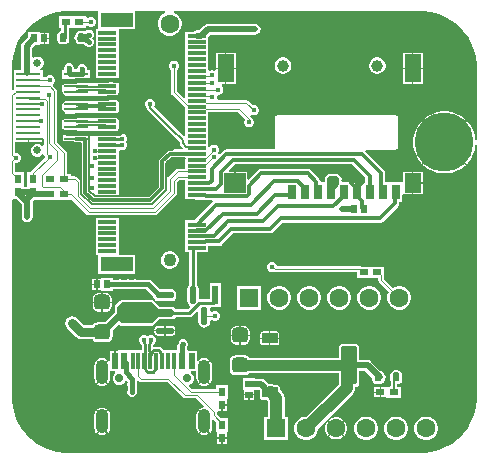
<source format=gtl>
G04*
G04 #@! TF.GenerationSoftware,Altium Limited,Altium Designer,22.7.1 (60)*
G04*
G04 Layer_Physical_Order=1*
G04 Layer_Color=255*
%FSLAX44Y44*%
%MOMM*%
G71*
G04*
G04 #@! TF.SameCoordinates,BBA0BEE0-45CE-4415-A0BC-CE460DC89FB0*
G04*
G04*
G04 #@! TF.FilePolarity,Positive*
G04*
G01*
G75*
%ADD11C,0.2540*%
%ADD15C,0.1270*%
%ADD16C,0.1524*%
%ADD20C,0.0889*%
G04:AMPARAMS|DCode=21|XSize=0.762mm|YSize=0.5588mm|CornerRadius=0.1397mm|HoleSize=0mm|Usage=FLASHONLY|Rotation=270.000|XOffset=0mm|YOffset=0mm|HoleType=Round|Shape=RoundedRectangle|*
%AMROUNDEDRECTD21*
21,1,0.7620,0.2794,0,0,270.0*
21,1,0.4826,0.5588,0,0,270.0*
1,1,0.2794,-0.1397,-0.2413*
1,1,0.2794,-0.1397,0.2413*
1,1,0.2794,0.1397,0.2413*
1,1,0.2794,0.1397,-0.2413*
%
%ADD21ROUNDEDRECTD21*%
G04:AMPARAMS|DCode=22|XSize=1.27mm|YSize=1.3716mm|CornerRadius=0.3175mm|HoleSize=0mm|Usage=FLASHONLY|Rotation=270.000|XOffset=0mm|YOffset=0mm|HoleType=Round|Shape=RoundedRectangle|*
%AMROUNDEDRECTD22*
21,1,1.2700,0.7366,0,0,270.0*
21,1,0.6350,1.3716,0,0,270.0*
1,1,0.6350,-0.3683,-0.3175*
1,1,0.6350,-0.3683,0.3175*
1,1,0.6350,0.3683,0.3175*
1,1,0.6350,0.3683,-0.3175*
%
%ADD22ROUNDEDRECTD22*%
G04:AMPARAMS|DCode=23|XSize=0.93mm|YSize=1.31mm|CornerRadius=0.0698mm|HoleSize=0mm|Usage=FLASHONLY|Rotation=270.000|XOffset=0mm|YOffset=0mm|HoleType=Round|Shape=RoundedRectangle|*
%AMROUNDEDRECTD23*
21,1,0.9300,1.1705,0,0,270.0*
21,1,0.7905,1.3100,0,0,270.0*
1,1,0.1395,-0.5853,-0.3953*
1,1,0.1395,-0.5853,0.3953*
1,1,0.1395,0.5853,0.3953*
1,1,0.1395,0.5853,-0.3953*
%
%ADD23ROUNDEDRECTD23*%
G04:AMPARAMS|DCode=24|XSize=3.24mm|YSize=1.31mm|CornerRadius=0.0983mm|HoleSize=0mm|Usage=FLASHONLY|Rotation=270.000|XOffset=0mm|YOffset=0mm|HoleType=Round|Shape=RoundedRectangle|*
%AMROUNDEDRECTD24*
21,1,3.2400,1.1135,0,0,270.0*
21,1,3.0435,1.3100,0,0,270.0*
1,1,0.1965,-0.5568,-1.5218*
1,1,0.1965,-0.5568,1.5218*
1,1,0.1965,0.5568,1.5218*
1,1,0.1965,0.5568,-1.5218*
%
%ADD24ROUNDEDRECTD24*%
%ADD25R,0.6000X1.4500*%
%ADD26R,0.3000X1.4500*%
%ADD27R,2.0000X0.2500*%
%ADD28R,1.5500X0.3000*%
G04:AMPARAMS|DCode=29|XSize=0.5588mm|YSize=1.524mm|CornerRadius=0.1397mm|HoleSize=0mm|Usage=FLASHONLY|Rotation=270.000|XOffset=0mm|YOffset=0mm|HoleType=Round|Shape=RoundedRectangle|*
%AMROUNDEDRECTD29*
21,1,0.5588,1.2446,0,0,270.0*
21,1,0.2794,1.5240,0,0,270.0*
1,1,0.2794,-0.6223,-0.1397*
1,1,0.2794,-0.6223,0.1397*
1,1,0.2794,0.6223,0.1397*
1,1,0.2794,0.6223,-0.1397*
%
%ADD29ROUNDEDRECTD29*%
G04:AMPARAMS|DCode=30|XSize=0.6096mm|YSize=1.524mm|CornerRadius=0.1524mm|HoleSize=0mm|Usage=FLASHONLY|Rotation=270.000|XOffset=0mm|YOffset=0mm|HoleType=Round|Shape=RoundedRectangle|*
%AMROUNDEDRECTD30*
21,1,0.6096,1.2192,0,0,270.0*
21,1,0.3048,1.5240,0,0,270.0*
1,1,0.3048,-0.6096,-0.1524*
1,1,0.3048,-0.6096,0.1524*
1,1,0.3048,0.6096,0.1524*
1,1,0.3048,0.6096,-0.1524*
%
%ADD30ROUNDEDRECTD30*%
%ADD31R,0.7000X1.3000*%
%ADD32R,1.4478X1.6510*%
%ADD33R,1.4478X2.4384*%
%ADD34R,1.8542X1.6510*%
%ADD35R,2.7500X1.2000*%
G04:AMPARAMS|DCode=36|XSize=1.5744mm|YSize=0.5758mm|CornerRadius=0.2879mm|HoleSize=0mm|Usage=FLASHONLY|Rotation=270.000|XOffset=0mm|YOffset=0mm|HoleType=Round|Shape=RoundedRectangle|*
%AMROUNDEDRECTD36*
21,1,1.5744,0.0000,0,0,270.0*
21,1,0.9985,0.5758,0,0,270.0*
1,1,0.5758,0.0000,-0.4993*
1,1,0.5758,0.0000,0.4993*
1,1,0.5758,0.0000,0.4993*
1,1,0.5758,0.0000,-0.4993*
%
%ADD36ROUNDEDRECTD36*%
%ADD37R,0.5758X1.5744*%
%ADD38R,0.7500X0.6000*%
%ADD39R,0.6400X0.6000*%
%ADD40R,0.6000X0.6400*%
%ADD41R,0.6000X0.7500*%
%ADD70C,0.3810*%
%ADD71C,0.8890*%
%ADD72C,0.2175*%
%ADD73C,0.3513*%
%ADD74C,0.5080*%
%ADD75C,0.7620*%
%ADD76C,1.0160*%
%ADD77C,0.1574*%
%ADD78C,1.6000*%
%ADD79R,1.6000X1.6000*%
%ADD80C,0.7000*%
%ADD81O,1.0500X2.1000*%
%ADD82C,5.0000*%
%ADD83C,1.0000*%
%ADD84C,1.1001*%
%ADD85C,1.6000*%
%ADD86C,0.4500*%
%ADD87C,0.6700*%
G36*
X357440Y375204D02*
X363513Y373577D01*
X369322Y371171D01*
X374766Y368027D01*
X379754Y364200D01*
X384200Y359754D01*
X388027Y354766D01*
X391171Y349322D01*
X393577Y343513D01*
X395204Y337440D01*
X396024Y331207D01*
Y328064D01*
Y267157D01*
X394759Y267147D01*
X394112Y271231D01*
X392834Y275164D01*
X390957Y278848D01*
X388526Y282194D01*
X387513Y283207D01*
X369387Y265080D01*
X387513Y246953D01*
X388526Y247966D01*
X390957Y251311D01*
X392834Y254996D01*
X394112Y258928D01*
X394759Y263012D01*
X396024Y263002D01*
X396025Y50064D01*
Y46920D01*
X395204Y40687D01*
X393577Y34614D01*
X391171Y28805D01*
X388027Y23361D01*
X384200Y18373D01*
X379754Y13927D01*
X374766Y10100D01*
X369322Y6956D01*
X363513Y4550D01*
X357440Y2923D01*
X351207Y2103D01*
X46920D01*
X40687Y2923D01*
X34614Y4550D01*
X28805Y6956D01*
X23361Y10100D01*
X18373Y13927D01*
X13927Y18373D01*
X10100Y23361D01*
X6956Y28805D01*
X4550Y34614D01*
X2923Y40687D01*
X2103Y46920D01*
Y50064D01*
X2103Y216044D01*
X3373Y217100D01*
X6074D01*
X10611Y212563D01*
Y202184D01*
X10963Y200413D01*
X11967Y198911D01*
X13469Y197907D01*
X15240Y197555D01*
X17011Y197907D01*
X18513Y198911D01*
X19517Y200413D01*
X19869Y202184D01*
Y214480D01*
X19869Y214480D01*
X19869Y214480D01*
Y215103D01*
X21171Y216405D01*
X21440Y216351D01*
X29140D01*
Y215980D01*
X52140D01*
Y215980D01*
X53134Y216392D01*
X65548Y203978D01*
X66356Y203437D01*
X67310Y203248D01*
X123190D01*
X124144Y203437D01*
X124952Y203978D01*
X141462Y220488D01*
X142003Y221296D01*
X142192Y222250D01*
Y231378D01*
X143752Y232938D01*
X148890D01*
Y226930D01*
Y216930D01*
X156989D01*
X157431Y216635D01*
X158897Y216343D01*
X164780D01*
X164994Y216201D01*
X166460Y215909D01*
X171968D01*
X172317Y215287D01*
X172432Y214639D01*
X156723Y198930D01*
X148890D01*
Y191930D01*
Y181930D01*
Y171930D01*
X152266D01*
Y144484D01*
X152082Y144361D01*
X151004Y142748D01*
X150625Y140844D01*
Y130859D01*
X151004Y128955D01*
X152082Y127341D01*
X152695Y126932D01*
X152819Y125668D01*
X151135Y123984D01*
X140951D01*
X140463Y124715D01*
X139297Y125493D01*
X137922Y125767D01*
X127307D01*
X122093Y130982D01*
X122093Y130982D01*
X122092Y130983D01*
X121681Y131258D01*
X121431Y131424D01*
X121431Y131424D01*
X121431Y131425D01*
X121020Y131506D01*
X120651Y131580D01*
X120651Y131580D01*
X120651Y131580D01*
X95250Y131579D01*
X94469Y131424D01*
X93808Y130982D01*
X93808Y130982D01*
X89998Y127172D01*
X89778Y126843D01*
X89556Y126510D01*
X89556Y126510D01*
X89556Y126510D01*
X89485Y126153D01*
X89401Y125730D01*
X89400Y120839D01*
X81153Y112591D01*
X75057D01*
X73038Y112190D01*
X71326Y111046D01*
X70670Y110064D01*
X63414D01*
X57529Y115949D01*
X55607Y117233D01*
X53340Y117684D01*
X51073Y117233D01*
X49151Y115949D01*
X47867Y114027D01*
X47416Y111760D01*
X47867Y109493D01*
X49151Y107571D01*
X56771Y99951D01*
X58693Y98667D01*
X60960Y98216D01*
X70670D01*
X71326Y97234D01*
X73038Y96090D01*
X75057Y95689D01*
X82423D01*
X84442Y96090D01*
X86154Y97234D01*
X87298Y98946D01*
X87699Y100965D01*
Y106045D01*
X92890Y111236D01*
X93808Y110317D01*
X93808Y110317D01*
X94221Y110042D01*
X94469Y109875D01*
X95250Y109720D01*
X120651Y109721D01*
X121431Y109876D01*
X122092Y110318D01*
X122092Y110319D01*
X127307Y115533D01*
X137922D01*
X139297Y115807D01*
X140463Y116585D01*
X140951Y117316D01*
X152516D01*
X153792Y117570D01*
X154874Y118293D01*
X158855Y122274D01*
X160125Y121748D01*
Y113156D01*
X160504Y111252D01*
X161582Y109639D01*
X163196Y108560D01*
X165100Y108181D01*
X167004Y108560D01*
X168618Y109639D01*
X169696Y111252D01*
X170075Y113156D01*
Y114219D01*
X171345Y114745D01*
X171583Y114507D01*
X173145Y113860D01*
X174835D01*
X176397Y114507D01*
X177593Y115703D01*
X178240Y117265D01*
Y118955D01*
X177593Y120517D01*
X176397Y121713D01*
X174835Y122360D01*
X173145D01*
X171583Y121713D01*
X171345Y121475D01*
X170075Y122001D01*
Y123141D01*
X169776Y124646D01*
X170526Y125915D01*
X172991D01*
X173313Y125980D01*
X179479D01*
Y145723D01*
X169721D01*
Y132584D01*
X161116D01*
X160575Y133028D01*
Y140844D01*
X160196Y142748D01*
X159118Y144361D01*
X158934Y144484D01*
Y171930D01*
X168390D01*
Y177454D01*
X177474D01*
X178940Y177745D01*
X180183Y178576D01*
X189547Y187940D01*
X220980D01*
X222446Y188231D01*
X223688Y189062D01*
X231457Y196830D01*
X313690D01*
X315156Y197121D01*
X316398Y197952D01*
X329122Y210676D01*
X329953Y211918D01*
X330244Y213384D01*
Y214402D01*
X332822D01*
Y219918D01*
X332997Y221115D01*
X334092Y221115D01*
X340871D01*
Y230640D01*
Y240165D01*
X332997D01*
Y232600D01*
X332822Y231402D01*
X331727Y231402D01*
X323092D01*
X321822Y231402D01*
Y231402D01*
X321822D01*
Y231402D01*
X318409D01*
Y239141D01*
X318117Y240607D01*
X317287Y241850D01*
X301473Y257663D01*
X301731Y258616D01*
X301955Y258933D01*
X326898D01*
X327926Y259138D01*
X328798Y259720D01*
X329380Y260592D01*
X329585Y261620D01*
Y285242D01*
X329380Y286270D01*
X328798Y287142D01*
X327926Y287724D01*
X326898Y287929D01*
X227330D01*
X226302Y287724D01*
X225430Y287142D01*
X224848Y286270D01*
X224643Y285242D01*
Y261620D01*
X224848Y260592D01*
X225044Y260298D01*
X224365Y259028D01*
X183824D01*
X182358Y258737D01*
X181116Y257906D01*
X178232Y255023D01*
X176862Y255246D01*
X176799Y255364D01*
X176747Y256335D01*
X176831Y256419D01*
X177478Y257981D01*
Y259671D01*
X176831Y261233D01*
X175635Y262429D01*
X174073Y263076D01*
X172383D01*
X170821Y262429D01*
X169660Y261268D01*
X169470Y261276D01*
X168390Y261571D01*
Y271930D01*
Y281930D01*
Y291132D01*
X193278D01*
X199829Y284580D01*
X199597Y284347D01*
X198950Y282785D01*
Y281095D01*
X199597Y279533D01*
X200793Y278337D01*
X202355Y277690D01*
X204045D01*
X205607Y278337D01*
X206803Y279533D01*
X207450Y281095D01*
Y282785D01*
X206803Y284347D01*
X205607Y285543D01*
X205308Y285667D01*
X205255Y285936D01*
X204715Y286744D01*
X204148Y287311D01*
X204868Y288387D01*
X206165Y287850D01*
X207855D01*
X209417Y288497D01*
X210613Y289693D01*
X211260Y291255D01*
Y292945D01*
X210613Y294507D01*
X209417Y295703D01*
X207855Y296350D01*
X206285D01*
X202422Y300212D01*
X201614Y300753D01*
X200660Y300942D01*
X176756D01*
X175907Y302212D01*
X176208Y302939D01*
Y304629D01*
X177273Y305376D01*
X177883D01*
X179445Y306023D01*
X180641Y307219D01*
X181288Y308781D01*
Y310471D01*
X180641Y312033D01*
X179766Y312908D01*
X180220Y314178D01*
X182623D01*
Y327005D01*
X174749D01*
Y326443D01*
X173479Y325683D01*
X172549Y326068D01*
X170859D01*
X169660Y325572D01*
X168390Y326174D01*
Y331930D01*
Y341930D01*
Y354464D01*
X169977Y356051D01*
X208280D01*
X210051Y356403D01*
X211553Y357407D01*
X212557Y358909D01*
X212909Y360680D01*
X212557Y362451D01*
X211553Y363953D01*
X210051Y364957D01*
X208280Y365309D01*
X168060D01*
X168060Y365309D01*
X166289Y364957D01*
X164787Y363953D01*
X164787Y363953D01*
X160893Y360059D01*
X158640D01*
X156869Y359707D01*
X155706Y358930D01*
X148890D01*
Y351930D01*
Y341930D01*
Y331930D01*
Y321930D01*
Y311930D01*
Y303471D01*
X147620Y302945D01*
X142192Y308372D01*
Y326475D01*
X143303Y327586D01*
X143950Y329148D01*
Y330839D01*
X143303Y332401D01*
X142107Y333596D01*
X140545Y334243D01*
X138855D01*
X137293Y333596D01*
X136097Y332401D01*
X135450Y330839D01*
Y329148D01*
X136097Y327586D01*
X137208Y326475D01*
Y307340D01*
X137397Y306386D01*
X137938Y305578D01*
X148792Y294723D01*
X148890Y294658D01*
Y281930D01*
Y270706D01*
X147620Y270180D01*
X140170Y277629D01*
X140057Y277705D01*
X122731Y295031D01*
X123376Y296589D01*
Y298279D01*
X122729Y299841D01*
X121533Y301037D01*
X119971Y301684D01*
X118281D01*
X116719Y301037D01*
X115523Y299841D01*
X114876Y298279D01*
Y296589D01*
X115523Y295027D01*
X116719Y293831D01*
X116724Y293829D01*
X116836Y293264D01*
X117447Y292350D01*
X136151Y273647D01*
X136264Y273571D01*
X143960Y265875D01*
Y264450D01*
X144174Y263372D01*
X144785Y262459D01*
X146810Y260434D01*
X146324Y259260D01*
X136050D01*
X134584Y258969D01*
X133342Y258138D01*
X126832Y251628D01*
X126001Y250386D01*
X125710Y248920D01*
Y227647D01*
X117794Y219730D01*
X92890D01*
Y229430D01*
Y239430D01*
Y249430D01*
Y257653D01*
X94160Y258501D01*
X94659Y258295D01*
X96349D01*
X97911Y258942D01*
X99107Y260138D01*
X99754Y261700D01*
Y263390D01*
X99107Y264952D01*
X98629Y265430D01*
X99107Y265908D01*
X99754Y267470D01*
Y269160D01*
X99107Y270722D01*
X97911Y271918D01*
X96349Y272565D01*
X94659D01*
X93430Y272056D01*
X92459Y272503D01*
X92160Y272778D01*
Y274430D01*
X92890D01*
Y286430D01*
X92160D01*
Y287295D01*
X83140D01*
Y288565D01*
X92160D01*
Y289430D01*
X92890D01*
Y301430D01*
X92160D01*
Y302295D01*
X83140D01*
Y303565D01*
X92160D01*
Y304430D01*
X92890D01*
Y316430D01*
X92160D01*
Y317295D01*
X74120D01*
Y316430D01*
X73390D01*
Y314919D01*
X68322D01*
Y316152D01*
X67592D01*
Y317267D01*
X45052D01*
Y316152D01*
X44322D01*
Y304652D01*
X45052D01*
Y303537D01*
X56322D01*
Y302267D01*
X45052D01*
Y301152D01*
X44322D01*
Y289652D01*
X45052D01*
Y288537D01*
X56322D01*
Y287267D01*
X45052D01*
Y286152D01*
X44322D01*
Y274652D01*
X45052D01*
Y273537D01*
X56322D01*
Y272267D01*
X45052D01*
Y271152D01*
X44322D01*
Y264652D01*
X54424D01*
X54856Y264363D01*
X56322Y264072D01*
X60735D01*
Y261259D01*
X60735Y261256D01*
Y254886D01*
X60735Y254883D01*
Y234146D01*
X59465Y233620D01*
X57642Y235442D01*
X56834Y235983D01*
X55880Y236172D01*
X52140D01*
Y238680D01*
X48882D01*
Y255870D01*
X48693Y256824D01*
X48152Y257632D01*
X40592Y265192D01*
Y308610D01*
X40403Y309564D01*
X39862Y310372D01*
X37341Y312894D01*
X37416Y314615D01*
X37893Y315093D01*
X38540Y316655D01*
Y318345D01*
X37893Y319907D01*
X36697Y321103D01*
X35135Y321750D01*
X33445D01*
X31883Y321103D01*
X30772Y319992D01*
X28322D01*
Y326152D01*
X26032D01*
X25780Y327422D01*
X26853Y327867D01*
X28358Y329371D01*
X29172Y331338D01*
Y333466D01*
X28358Y335433D01*
X26853Y336937D01*
X24886Y337752D01*
X22758D01*
X20791Y336937D01*
X20712Y336857D01*
X19490Y337432D01*
Y338665D01*
X19291Y339146D01*
Y342844D01*
X19490Y343325D01*
Y345004D01*
X22346Y347860D01*
X26000D01*
Y348590D01*
X29165D01*
Y353060D01*
Y357530D01*
X26000D01*
Y358260D01*
X16000D01*
Y354606D01*
X11389Y349995D01*
X10385Y348493D01*
X10033Y346722D01*
X10033Y346722D01*
Y326152D01*
X4322D01*
Y319652D01*
Y309916D01*
X3747Y309532D01*
X3276Y309061D01*
X2103Y309547D01*
Y328064D01*
Y331207D01*
X2923Y337440D01*
X4550Y343513D01*
X6956Y349322D01*
X10100Y354766D01*
X13927Y359754D01*
X18373Y364200D01*
X23361Y368027D01*
X28805Y371171D01*
X34614Y373577D01*
X40687Y375204D01*
X46920Y376024D01*
X75140D01*
Y361430D01*
X73390D01*
Y349430D01*
Y339430D01*
Y329430D01*
Y319430D01*
X74120D01*
Y318565D01*
X92160D01*
Y319430D01*
X92890D01*
Y329430D01*
Y339430D01*
Y349430D01*
Y360930D01*
X106640D01*
Y376024D01*
X131885D01*
X132052Y374754D01*
X132030Y374749D01*
X129750Y373432D01*
X127888Y371570D01*
X126572Y369290D01*
X125890Y366747D01*
Y364114D01*
X126572Y361570D01*
X127888Y359290D01*
X129750Y357428D01*
X132030Y356112D01*
X134573Y355430D01*
X137206D01*
X139750Y356112D01*
X142030Y357428D01*
X143892Y359290D01*
X145209Y361570D01*
X145890Y364114D01*
Y366747D01*
X145209Y369290D01*
X143892Y371570D01*
X142030Y373432D01*
X139750Y374749D01*
X139728Y374754D01*
X139895Y376024D01*
X351207D01*
X357440Y375204D01*
D02*
G37*
G36*
X29146Y267793D02*
Y262440D01*
X27876Y261914D01*
X26853Y262938D01*
X24886Y263752D01*
X22758D01*
X20791Y262938D01*
X19287Y261432D01*
X18472Y259466D01*
Y257338D01*
X19287Y255371D01*
X20791Y253867D01*
X22758Y253052D01*
X24886D01*
X26853Y253867D01*
X27937Y254951D01*
X29304Y254590D01*
X29336Y254428D01*
X29876Y253619D01*
X30040Y253455D01*
Y252005D01*
X18710Y240675D01*
X18326Y240100D01*
X15320D01*
Y227479D01*
X12620D01*
Y240100D01*
X5395D01*
X5000Y240494D01*
Y247464D01*
X6687D01*
X8249Y248111D01*
X9445Y249307D01*
X10092Y250869D01*
Y252559D01*
X9445Y254121D01*
X8249Y255317D01*
X6687Y255964D01*
X5000D01*
Y264133D01*
X5052Y265382D01*
X15687D01*
Y267902D01*
X16322D01*
Y268537D01*
X27592D01*
Y268561D01*
X27876Y268669D01*
X29146Y267793D01*
D02*
G37*
G36*
X148890Y242922D02*
X142640D01*
X141686Y242733D01*
X140878Y242192D01*
X134640Y235955D01*
X133370Y236481D01*
Y247334D01*
X137637Y251600D01*
X148890D01*
Y242922D01*
D02*
G37*
G36*
X301492Y235382D02*
Y232300D01*
X300594Y231402D01*
X299822Y231402D01*
X298854Y230672D01*
X298552Y230672D01*
X294957D01*
Y222902D01*
X293687D01*
Y230672D01*
X289790Y230672D01*
X288822Y231402D01*
X288584Y231402D01*
X282232D01*
X282198Y231418D01*
X281289Y232672D01*
X281489Y233680D01*
X281137Y235451D01*
X280133Y236953D01*
X278631Y237957D01*
X276860Y238309D01*
X276860Y238309D01*
X271780D01*
X270009Y237957D01*
X268507Y236953D01*
X267503Y235451D01*
X267151Y233680D01*
Y232536D01*
X266822Y231402D01*
X263572D01*
Y231748D01*
X263281Y233214D01*
X262450Y234457D01*
X255438Y241468D01*
X254196Y242299D01*
X252730Y242590D01*
X213360D01*
X211894Y242299D01*
X210652Y241468D01*
X202722Y233539D01*
X201549Y234025D01*
Y240165D01*
X191643D01*
Y230640D01*
X190373D01*
Y240165D01*
X186281D01*
X185795Y241338D01*
X191096Y246639D01*
X290235D01*
X301492Y235382D01*
D02*
G37*
G36*
X127000Y123189D02*
X126999Y118109D01*
X120650Y111760D01*
X95250Y111759D01*
X91439Y115570D01*
X91440Y125730D01*
X95250Y129540D01*
X120651Y129541D01*
X127000Y123189D01*
D02*
G37*
%LPC*%
G36*
X65094Y372284D02*
X42094D01*
Y362284D01*
X44256D01*
Y359685D01*
X42998Y359435D01*
X41874Y358684D01*
X41123Y357560D01*
X40859Y356235D01*
Y351409D01*
X41123Y350084D01*
X41874Y348960D01*
X42998Y348209D01*
X44323Y347946D01*
X47117D01*
X48442Y348209D01*
X49566Y348960D01*
X50317Y350084D01*
X50581Y351409D01*
Y351650D01*
X50670Y351784D01*
X50924Y353060D01*
Y362284D01*
X65094D01*
Y363218D01*
X66364Y363744D01*
X66681Y363427D01*
X68243Y362780D01*
X69933D01*
X71495Y363427D01*
X72691Y364623D01*
X73338Y366185D01*
Y367875D01*
X72691Y369437D01*
X71495Y370633D01*
X69933Y371280D01*
X68243D01*
X66681Y370633D01*
X66364Y370316D01*
X65094Y370842D01*
Y372284D01*
D02*
G37*
G36*
X68155Y360612D02*
X66465D01*
X64903Y359965D01*
X64096Y359159D01*
X63682Y359435D01*
X62357Y359698D01*
X59563D01*
X58238Y359435D01*
X57114Y358684D01*
X56363Y357560D01*
X56139Y356435D01*
X55412Y355346D01*
X55108Y353822D01*
X55412Y352298D01*
X56139Y351209D01*
X56363Y350084D01*
X57114Y348960D01*
X58238Y348209D01*
X59563Y347946D01*
X62357D01*
X63474Y348168D01*
X63707Y347605D01*
X64903Y346409D01*
X66465Y345762D01*
X68155D01*
X69717Y346409D01*
X70913Y347605D01*
X71560Y349167D01*
Y350857D01*
X70913Y352419D01*
X70145Y353187D01*
X70913Y353955D01*
X71560Y355517D01*
Y357207D01*
X70913Y358769D01*
X69717Y359965D01*
X68155Y360612D01*
D02*
G37*
G36*
X34070Y357530D02*
X30435D01*
Y353695D01*
X34070D01*
Y357530D01*
D02*
G37*
G36*
Y352425D02*
X30435D01*
Y348590D01*
X34070D01*
Y352425D01*
D02*
G37*
G36*
X350015Y341102D02*
X342141D01*
Y328275D01*
X350015D01*
Y341102D01*
D02*
G37*
G36*
X191767D02*
X183893D01*
Y328275D01*
X191767D01*
Y341102D01*
D02*
G37*
G36*
X340871D02*
X332997D01*
Y328275D01*
X340871D01*
Y341102D01*
D02*
G37*
G36*
X182623D02*
X174749D01*
Y328275D01*
X182623D01*
Y341102D01*
D02*
G37*
G36*
X312580Y336946D02*
X310736D01*
X308956Y336469D01*
X307360Y335547D01*
X306057Y334244D01*
X305135Y332648D01*
X304658Y330868D01*
Y329024D01*
X305135Y327244D01*
X306057Y325648D01*
X307360Y324345D01*
X308956Y323423D01*
X310736Y322946D01*
X312580D01*
X314360Y323423D01*
X315956Y324345D01*
X317259Y325648D01*
X318181Y327244D01*
X318658Y329024D01*
Y330868D01*
X318181Y332648D01*
X317259Y334244D01*
X315956Y335547D01*
X314360Y336469D01*
X312580Y336946D01*
D02*
G37*
G36*
X232824D02*
X230980D01*
X229200Y336469D01*
X227604Y335547D01*
X226301Y334244D01*
X225379Y332648D01*
X224902Y330868D01*
Y329024D01*
X225379Y327244D01*
X226301Y325648D01*
X227604Y324345D01*
X229200Y323423D01*
X230980Y322946D01*
X232824D01*
X234604Y323423D01*
X236200Y324345D01*
X237503Y325648D01*
X238425Y327244D01*
X238902Y329024D01*
Y330868D01*
X238425Y332648D01*
X237503Y334244D01*
X236200Y335547D01*
X234604Y336469D01*
X232824Y336946D01*
D02*
G37*
G36*
X51645Y331910D02*
X49955D01*
X48393Y331263D01*
X47197Y330067D01*
X46550Y328505D01*
Y326815D01*
X45450Y326152D01*
X44322D01*
Y319652D01*
X45052D01*
Y318537D01*
X67592D01*
Y319652D01*
X68322D01*
Y326152D01*
X66119D01*
Y327730D01*
X65472Y329292D01*
X64276Y330488D01*
X62714Y331135D01*
X61024D01*
X59462Y330488D01*
X58266Y329292D01*
X57619Y327730D01*
Y326883D01*
X55050D01*
Y328505D01*
X54403Y330067D01*
X53207Y331263D01*
X51645Y331910D01*
D02*
G37*
G36*
X350015Y327005D02*
X342141D01*
Y314178D01*
X350015D01*
Y327005D01*
D02*
G37*
G36*
X340871D02*
X332997D01*
Y314178D01*
X340871D01*
Y327005D01*
D02*
G37*
G36*
X191767D02*
X183893D01*
Y314178D01*
X191767D01*
Y327005D01*
D02*
G37*
G36*
X370556Y291350D02*
X366421D01*
X362337Y290703D01*
X358404Y289425D01*
X354720Y287548D01*
X351375Y285117D01*
X350362Y284105D01*
X368489Y265978D01*
X386615Y284105D01*
X385602Y285117D01*
X382257Y287548D01*
X378573Y289425D01*
X374640Y290703D01*
X370556Y291350D01*
D02*
G37*
G36*
X349464Y283207D02*
X348451Y282194D01*
X346021Y278848D01*
X344143Y275164D01*
X342865Y271231D01*
X342219Y267147D01*
Y263012D01*
X342865Y258928D01*
X344143Y254996D01*
X346021Y251311D01*
X348451Y247966D01*
X349464Y246953D01*
X367591Y265080D01*
X349464Y283207D01*
D02*
G37*
G36*
X368489Y264182D02*
X350362Y246055D01*
X351375Y245042D01*
X354720Y242612D01*
X358404Y240735D01*
X362337Y239457D01*
X366421Y238810D01*
X370556D01*
X374640Y239457D01*
X378573Y240735D01*
X382257Y242612D01*
X385602Y245042D01*
X386615Y246055D01*
X368489Y264182D01*
D02*
G37*
G36*
X350015Y240165D02*
X342141D01*
Y231275D01*
X350015D01*
Y240165D01*
D02*
G37*
G36*
Y230005D02*
X342141D01*
Y221115D01*
X350015D01*
Y230005D01*
D02*
G37*
G36*
X136877Y172930D02*
X134902D01*
X132995Y172419D01*
X131285Y171432D01*
X129888Y170035D01*
X128901Y168325D01*
X128390Y166417D01*
Y164443D01*
X128901Y162535D01*
X129888Y160825D01*
X131285Y159428D01*
X132995Y158441D01*
X134902Y157929D01*
X136877D01*
X138785Y158441D01*
X140495Y159428D01*
X141892Y160825D01*
X142879Y162535D01*
X143391Y164443D01*
Y166417D01*
X142879Y168325D01*
X141892Y170035D01*
X140495Y171432D01*
X138785Y172419D01*
X136877Y172930D01*
D02*
G37*
G36*
X92890Y201430D02*
X73390D01*
Y189430D01*
Y179430D01*
Y169430D01*
X75140D01*
Y153930D01*
X106640D01*
Y169930D01*
X92890D01*
Y174430D01*
Y184430D01*
Y194430D01*
Y201430D01*
D02*
G37*
G36*
X73705Y149250D02*
X70070D01*
Y145415D01*
X73705D01*
Y149250D01*
D02*
G37*
G36*
Y144145D02*
X70070D01*
Y140310D01*
X73705D01*
Y144145D01*
D02*
G37*
G36*
X88140Y149980D02*
X78140D01*
Y149250D01*
X74975D01*
Y144780D01*
Y140310D01*
X78140D01*
Y139580D01*
X88140D01*
Y140799D01*
X92486D01*
X93135Y140530D01*
X94825D01*
X95473Y140799D01*
X99011D01*
X99660Y140530D01*
X101350D01*
X101999Y140799D01*
X105187D01*
X105835Y140530D01*
X107525D01*
X108174Y140799D01*
X116221D01*
X122140Y134880D01*
Y134253D01*
X122403Y132928D01*
X123154Y131804D01*
X124278Y131053D01*
X125603Y130789D01*
X138049D01*
X139374Y131053D01*
X140498Y131804D01*
X141249Y132928D01*
X141512Y134253D01*
Y137047D01*
X141249Y138372D01*
X140498Y139496D01*
X139374Y140247D01*
X138049Y140511D01*
X127770D01*
X120685Y147595D01*
X119394Y148458D01*
X117870Y148762D01*
X108174D01*
X107525Y149030D01*
X105835D01*
X105187Y148762D01*
X101999D01*
X101350Y149030D01*
X99660D01*
X99011Y148762D01*
X95473D01*
X94825Y149030D01*
X93135D01*
X92486Y148762D01*
X88140D01*
Y149980D01*
D02*
G37*
G36*
X82423Y137247D02*
X79375D01*
Y130175D01*
X86955D01*
Y132715D01*
X86610Y134449D01*
X85628Y135920D01*
X84157Y136902D01*
X82423Y137247D01*
D02*
G37*
G36*
X78105D02*
X75057D01*
X73323Y136902D01*
X71852Y135920D01*
X70870Y134449D01*
X70525Y132715D01*
Y130175D01*
X78105D01*
Y137247D01*
D02*
G37*
G36*
X223349Y163508D02*
X221659D01*
X220097Y162861D01*
X218901Y161665D01*
X218254Y160103D01*
Y158413D01*
X218901Y156851D01*
X220097Y155655D01*
X221659Y155008D01*
X223349D01*
X224101Y155319D01*
X224290Y155193D01*
X225244Y155003D01*
X294570D01*
Y149940D01*
X312633D01*
Y148425D01*
X312823Y147471D01*
X313363Y146662D01*
X321589Y138436D01*
X320882Y137210D01*
X320200Y134667D01*
Y132034D01*
X320882Y129490D01*
X322198Y127210D01*
X324060Y125348D01*
X326340Y124031D01*
X328884Y123350D01*
X331516D01*
X334060Y124031D01*
X336340Y125348D01*
X338202Y127210D01*
X339519Y129490D01*
X340200Y132034D01*
Y134667D01*
X339519Y137210D01*
X338202Y139490D01*
X336340Y141352D01*
X334060Y142669D01*
X331516Y143350D01*
X328884D01*
X326340Y142669D01*
X325114Y141961D01*
X317618Y149457D01*
Y152385D01*
X317570Y152625D01*
Y159940D01*
X298005D01*
X297764Y159988D01*
X226754D01*
Y160103D01*
X226107Y161665D01*
X224911Y162861D01*
X223349Y163508D01*
D02*
G37*
G36*
X306117Y143350D02*
X303484D01*
X300940Y142669D01*
X298660Y141352D01*
X296798Y139490D01*
X295481Y137210D01*
X294800Y134667D01*
Y132034D01*
X295481Y129490D01*
X296798Y127210D01*
X298660Y125348D01*
X300940Y124031D01*
X303484Y123350D01*
X306117D01*
X308660Y124031D01*
X310940Y125348D01*
X312802Y127210D01*
X314118Y129490D01*
X314800Y132034D01*
Y134667D01*
X314118Y137210D01*
X312802Y139490D01*
X310940Y141352D01*
X308660Y142669D01*
X306117Y143350D01*
D02*
G37*
G36*
X280716D02*
X278083D01*
X275540Y142669D01*
X273260Y141352D01*
X271398Y139490D01*
X270082Y137210D01*
X269400Y134667D01*
Y132034D01*
X270082Y129490D01*
X271398Y127210D01*
X273260Y125348D01*
X275540Y124031D01*
X278083Y123350D01*
X280716D01*
X283260Y124031D01*
X285540Y125348D01*
X287402Y127210D01*
X288718Y129490D01*
X289400Y132034D01*
Y134667D01*
X288718Y137210D01*
X287402Y139490D01*
X285540Y141352D01*
X283260Y142669D01*
X280716Y143350D01*
D02*
G37*
G36*
X255317D02*
X252684D01*
X250140Y142669D01*
X247860Y141352D01*
X245998Y139490D01*
X244681Y137210D01*
X244000Y134667D01*
Y132034D01*
X244681Y129490D01*
X245998Y127210D01*
X247860Y125348D01*
X250140Y124031D01*
X252684Y123350D01*
X255317D01*
X257860Y124031D01*
X260140Y125348D01*
X262002Y127210D01*
X263319Y129490D01*
X264000Y132034D01*
Y134667D01*
X263319Y137210D01*
X262002Y139490D01*
X260140Y141352D01*
X257860Y142669D01*
X255317Y143350D01*
D02*
G37*
G36*
X229916D02*
X227283D01*
X224740Y142669D01*
X222460Y141352D01*
X220598Y139490D01*
X219282Y137210D01*
X218600Y134667D01*
Y132034D01*
X219282Y129490D01*
X220598Y127210D01*
X222460Y125348D01*
X224740Y124031D01*
X227283Y123350D01*
X229916D01*
X232460Y124031D01*
X234740Y125348D01*
X236602Y127210D01*
X237918Y129490D01*
X238600Y132034D01*
Y134667D01*
X237918Y137210D01*
X236602Y139490D01*
X234740Y141352D01*
X232460Y142669D01*
X229916Y143350D01*
D02*
G37*
G36*
X213200D02*
X193200D01*
Y123350D01*
X213200D01*
Y143350D01*
D02*
G37*
G36*
X86955Y128905D02*
X79375D01*
Y121833D01*
X82423D01*
X84157Y122178D01*
X85628Y123160D01*
X86610Y124631D01*
X86955Y126365D01*
Y128905D01*
D02*
G37*
G36*
X78105D02*
X70525D01*
Y126365D01*
X70870Y124631D01*
X71852Y123160D01*
X73323Y122178D01*
X75057Y121833D01*
X78105D01*
Y128905D01*
D02*
G37*
G36*
X138049Y109766D02*
X132461D01*
Y106285D01*
X140768D01*
Y107047D01*
X140561Y108088D01*
X139972Y108970D01*
X139090Y109559D01*
X138049Y109766D01*
D02*
G37*
G36*
X131191D02*
X125603D01*
X124562Y109559D01*
X123680Y108970D01*
X123091Y108088D01*
X122884Y107047D01*
Y106285D01*
X131191D01*
Y109766D01*
D02*
G37*
G36*
X199263Y109307D02*
X196215D01*
Y102235D01*
X203795D01*
Y104775D01*
X203450Y106509D01*
X202468Y107980D01*
X200997Y108962D01*
X199263Y109307D01*
D02*
G37*
G36*
X194945D02*
X191897D01*
X190163Y108962D01*
X188692Y107980D01*
X187710Y106509D01*
X187365Y104775D01*
Y102235D01*
X194945D01*
Y109307D01*
D02*
G37*
G36*
X140768Y105015D02*
X132461D01*
Y101534D01*
X138049D01*
X139090Y101741D01*
X139972Y102330D01*
X140561Y103212D01*
X140768Y104253D01*
Y105015D01*
D02*
G37*
G36*
X131191D02*
X122884D01*
Y104253D01*
X123091Y103212D01*
X123680Y102330D01*
X124562Y101741D01*
X125603Y101534D01*
X131191D01*
Y105015D01*
D02*
G37*
G36*
X120661Y101786D02*
X118971D01*
X117409Y101139D01*
X116931Y100661D01*
X116453Y101139D01*
X114891Y101786D01*
X113201D01*
X111639Y101139D01*
X110443Y99943D01*
X109796Y98381D01*
Y96691D01*
X110443Y95129D01*
X111550Y94022D01*
X111582Y93860D01*
X112060Y93145D01*
Y92127D01*
X112049Y92071D01*
Y89869D01*
X111924Y89682D01*
X111778Y88950D01*
X92420D01*
Y88220D01*
X90055D01*
Y79700D01*
X88785D01*
Y88220D01*
X85150D01*
Y80217D01*
X83880Y79786D01*
X83760Y79942D01*
X79169Y75351D01*
X78720Y75800D01*
X78271Y75351D01*
X73680Y79942D01*
X73025Y79088D01*
X72368Y77502D01*
X72144Y75800D01*
Y65300D01*
X72368Y63598D01*
X73025Y62012D01*
X73680Y61158D01*
X78271Y65749D01*
X78720Y65300D01*
X79169Y65749D01*
X83760Y61158D01*
X84415Y62012D01*
X85072Y63598D01*
X85296Y65300D01*
Y71180D01*
X89646D01*
X89902Y69926D01*
X89902Y69910D01*
X88357Y68366D01*
X87520Y66344D01*
Y64156D01*
X88357Y62134D01*
X89904Y60587D01*
X91926Y59750D01*
X94114D01*
X96136Y60587D01*
X97683Y62134D01*
X97998Y62895D01*
X99295Y63185D01*
X100159Y62441D01*
Y61735D01*
X99890Y61087D01*
Y59396D01*
X100159Y58748D01*
Y55595D01*
X99890Y54947D01*
Y53257D01*
X100537Y51695D01*
X101733Y50499D01*
X103295Y49852D01*
X104985D01*
X106547Y50499D01*
X107743Y51695D01*
X108390Y53257D01*
Y54947D01*
X108122Y55595D01*
Y58748D01*
X108390Y59396D01*
Y61087D01*
X108122Y61735D01*
Y63088D01*
X108150Y63115D01*
X109563Y63442D01*
X109998Y63008D01*
X110806Y62467D01*
X111760Y62278D01*
X133588D01*
X146765Y49101D01*
X147573Y48560D01*
X148527Y48371D01*
X158106D01*
X164678Y41799D01*
X164223Y40458D01*
X163418Y40352D01*
X161832Y39695D01*
X160978Y39040D01*
X165569Y34449D01*
X164671Y33551D01*
X160080Y38142D01*
X159425Y37288D01*
X158768Y35702D01*
X158544Y34000D01*
Y23500D01*
X158768Y21798D01*
X159425Y20212D01*
X160080Y19358D01*
X164671Y23949D01*
X165120Y23500D01*
X165569Y23949D01*
X170160Y19358D01*
X170815Y20212D01*
X171472Y21798D01*
X171696Y23500D01*
Y30280D01*
X172870Y30766D01*
X175340Y28295D01*
X175340Y20320D01*
X176070Y19352D01*
X176070Y19050D01*
Y15205D01*
X180340D01*
X184610D01*
X184610Y19352D01*
X185340Y20320D01*
X185340Y20558D01*
Y31820D01*
X178865D01*
X175538Y35147D01*
Y36440D01*
X175876Y37108D01*
X176727Y37490D01*
X179705D01*
Y42510D01*
X180340D01*
Y43145D01*
X184610D01*
X184610Y47292D01*
X185340Y48260D01*
X185340Y48498D01*
Y59760D01*
X175340D01*
Y56502D01*
X154686D01*
X152549Y58639D01*
X152847Y60137D01*
X153935Y60587D01*
X155483Y62134D01*
X156320Y64156D01*
Y66344D01*
X155483Y68366D01*
X153938Y69910D01*
X153938Y69926D01*
X154194Y71180D01*
X158544D01*
Y65300D01*
X158768Y63598D01*
X159425Y62012D01*
X160080Y61158D01*
X164671Y65749D01*
X165120Y65300D01*
X165569Y65749D01*
X170160Y61158D01*
X170815Y62012D01*
X171472Y63598D01*
X171696Y65300D01*
Y75800D01*
X171472Y77502D01*
X170815Y79088D01*
X170160Y79942D01*
X165569Y75351D01*
X165120Y75800D01*
X164671Y75351D01*
X160080Y79942D01*
X159960Y79786D01*
X158690Y80217D01*
Y88220D01*
X155055D01*
Y79700D01*
X153785D01*
Y88220D01*
X151420D01*
Y88950D01*
X150401D01*
Y91051D01*
X150923Y91573D01*
X151570Y93135D01*
Y94825D01*
X150923Y96387D01*
X149727Y97583D01*
X148165Y98230D01*
X146475D01*
X144913Y97583D01*
X143717Y96387D01*
X143364Y95535D01*
X142742Y94604D01*
X142438Y93080D01*
Y92557D01*
X141800Y91015D01*
Y89325D01*
X141550Y88950D01*
X130810D01*
X130805Y88974D01*
X130123Y89995D01*
X128965Y91153D01*
X127943Y91835D01*
X126739Y92075D01*
X122313D01*
X121954Y93032D01*
X121912Y93309D01*
X122280Y93860D01*
X122312Y94022D01*
X123419Y95129D01*
X124066Y96691D01*
Y98381D01*
X123419Y99943D01*
X122223Y101139D01*
X120661Y101786D01*
D02*
G37*
G36*
X226402Y105059D02*
X221185D01*
Y99735D01*
X228409D01*
Y103053D01*
X228256Y103820D01*
X227821Y104471D01*
X227170Y104906D01*
X226402Y105059D01*
D02*
G37*
G36*
X219915D02*
X214697D01*
X213930Y104906D01*
X213279Y104471D01*
X212844Y103820D01*
X212691Y103053D01*
Y99735D01*
X219915D01*
Y105059D01*
D02*
G37*
G36*
X203795Y100965D02*
X196215D01*
Y93893D01*
X199263D01*
X200997Y94238D01*
X202468Y95220D01*
X203450Y96691D01*
X203795Y98425D01*
Y100965D01*
D02*
G37*
G36*
X194945D02*
X187365D01*
Y98425D01*
X187710Y96691D01*
X188692Y95220D01*
X190163Y94238D01*
X191897Y93893D01*
X194945D01*
Y100965D01*
D02*
G37*
G36*
X228409Y98465D02*
X221185D01*
Y93141D01*
X226402D01*
X227170Y93294D01*
X227821Y93729D01*
X228256Y94380D01*
X228409Y95147D01*
Y98465D01*
D02*
G37*
G36*
X219915D02*
X212691D01*
Y95147D01*
X212844Y94380D01*
X213279Y93729D01*
X213930Y93294D01*
X214697Y93141D01*
X219915D01*
Y98465D01*
D02*
G37*
G36*
X293018Y94458D02*
X281882D01*
X280719Y94227D01*
X279732Y93568D01*
X279073Y92581D01*
X278842Y91418D01*
Y82771D01*
X227064D01*
X226402Y82903D01*
X214697D01*
X214036Y82771D01*
X203218D01*
X202994Y83106D01*
X201282Y84250D01*
X199263Y84651D01*
X191897D01*
X189878Y84250D01*
X188166Y83106D01*
X187022Y81394D01*
X186621Y79375D01*
Y73025D01*
X187022Y71006D01*
X188166Y69294D01*
X189878Y68150D01*
X191897Y67749D01*
X199263D01*
X201282Y68150D01*
X202994Y69294D01*
X203218Y69629D01*
X214036D01*
X214697Y69497D01*
X226402D01*
X227064Y69629D01*
X278839D01*
Y60338D01*
X251361Y32860D01*
X250144D01*
X247600Y32178D01*
X245320Y30862D01*
X243458Y29000D01*
X242141Y26720D01*
X241460Y24176D01*
Y21544D01*
X242141Y19000D01*
X243458Y16720D01*
X245320Y14858D01*
X247600Y13542D01*
X250144Y12860D01*
X252777D01*
X255320Y13542D01*
X257600Y14858D01*
X259462Y16720D01*
X260779Y19000D01*
X261460Y21544D01*
Y22761D01*
X291029Y52330D01*
X292164Y53809D01*
X292878Y55532D01*
X293121Y57380D01*
X293121Y57380D01*
Y57962D01*
X294181Y58173D01*
X295168Y58832D01*
X295827Y59819D01*
X296058Y60982D01*
Y71571D01*
X301463D01*
X307560Y65474D01*
Y63627D01*
X307823Y62302D01*
X308574Y61178D01*
X309698Y60427D01*
X311023Y60163D01*
X313817D01*
X315142Y60427D01*
X316266Y61178D01*
X317017Y62302D01*
X317040Y62417D01*
X317563Y62767D01*
X318567Y64269D01*
X318919Y66040D01*
X318567Y67811D01*
X317563Y69313D01*
X317040Y69663D01*
X317017Y69778D01*
X316266Y70902D01*
X315142Y71653D01*
X314307Y71819D01*
X306653Y79473D01*
X305151Y80477D01*
X303380Y80829D01*
X303380Y80829D01*
X296058D01*
Y91418D01*
X295827Y92581D01*
X295168Y93568D01*
X294181Y94227D01*
X293018Y94458D01*
D02*
G37*
G36*
X165120Y82376D02*
X163418Y82152D01*
X161832Y81495D01*
X160978Y80840D01*
X165120Y76698D01*
X169262Y80840D01*
X168408Y81495D01*
X166822Y82152D01*
X165120Y82376D01*
D02*
G37*
G36*
X78720D02*
X77018Y82152D01*
X75432Y81495D01*
X74578Y80840D01*
X78720Y76698D01*
X82862Y80840D01*
X82008Y81495D01*
X80422Y82152D01*
X78720Y82376D01*
D02*
G37*
G36*
X165120Y64402D02*
X160978Y60260D01*
X161832Y59605D01*
X163418Y58948D01*
X165120Y58724D01*
X166822Y58948D01*
X168408Y59605D01*
X169262Y60260D01*
X165120Y64402D01*
D02*
G37*
G36*
X78720D02*
X74578Y60260D01*
X75432Y59605D01*
X77018Y58948D01*
X78720Y58724D01*
X80422Y58948D01*
X82008Y59605D01*
X82862Y60260D01*
X78720Y64402D01*
D02*
G37*
G36*
X329057Y71916D02*
X326263D01*
X324938Y71653D01*
X323814Y70902D01*
X323063Y69778D01*
X322799Y68453D01*
Y63627D01*
X323063Y62302D01*
X323103Y62241D01*
Y59238D01*
X322205Y58340D01*
X320040Y58340D01*
X319072Y57610D01*
X318770Y57610D01*
X314925D01*
Y53340D01*
Y49070D01*
X319072Y49070D01*
X320040Y48340D01*
X320278Y48340D01*
X331540D01*
Y58340D01*
X328477D01*
Y60163D01*
X329057D01*
X330382Y60427D01*
X331506Y61178D01*
X332257Y62302D01*
X332520Y63627D01*
Y68453D01*
X332257Y69778D01*
X331506Y70902D01*
X330382Y71653D01*
X329057Y71916D01*
D02*
G37*
G36*
X313655Y57610D02*
X309270D01*
Y53975D01*
X313655D01*
Y57610D01*
D02*
G37*
G36*
Y52705D02*
X309270D01*
Y49070D01*
X313655D01*
Y52705D01*
D02*
G37*
G36*
X207670Y50845D02*
X203835D01*
Y47210D01*
X207670D01*
Y50845D01*
D02*
G37*
G36*
X202565D02*
X198730D01*
Y47210D01*
X202565D01*
Y50845D01*
D02*
G37*
G36*
X184610Y41875D02*
X180975D01*
Y37490D01*
X184610D01*
Y41875D01*
D02*
G37*
G36*
X78720Y40576D02*
X77018Y40352D01*
X75432Y39695D01*
X74578Y39040D01*
X78720Y34898D01*
X82862Y39040D01*
X82008Y39695D01*
X80422Y40352D01*
X78720Y40576D01*
D02*
G37*
G36*
X83760Y38142D02*
X79169Y33551D01*
X78720Y34000D01*
X78271Y33551D01*
X73680Y38142D01*
X73025Y37288D01*
X72368Y35702D01*
X72144Y34000D01*
Y23500D01*
X72368Y21798D01*
X73025Y20212D01*
X73680Y19358D01*
X78271Y23949D01*
X78720Y23500D01*
X79169Y23949D01*
X83760Y19358D01*
X84415Y20212D01*
X85072Y21798D01*
X85296Y23500D01*
Y34000D01*
X85072Y35702D01*
X84415Y37288D01*
X83760Y38142D01*
D02*
G37*
G36*
X278080Y32130D02*
X275640D01*
X273282Y31498D01*
X271168Y30278D01*
X270754Y29864D01*
X276860Y23758D01*
X282966Y29864D01*
X282552Y30278D01*
X280438Y31498D01*
X278080Y32130D01*
D02*
G37*
G36*
X165120Y22602D02*
X160978Y18460D01*
X161832Y17805D01*
X163418Y17148D01*
X165120Y16924D01*
X166822Y17148D01*
X168408Y17805D01*
X169262Y18460D01*
X165120Y22602D01*
D02*
G37*
G36*
X78720D02*
X74578Y18460D01*
X75432Y17805D01*
X77018Y17148D01*
X78720Y16924D01*
X80422Y17148D01*
X82008Y17805D01*
X82862Y18460D01*
X78720Y22602D01*
D02*
G37*
G36*
X283864Y28966D02*
X277758Y22860D01*
X283864Y16754D01*
X284278Y17168D01*
X285498Y19282D01*
X286130Y21640D01*
Y24080D01*
X285498Y26438D01*
X284278Y28552D01*
X283864Y28966D01*
D02*
G37*
G36*
X269856D02*
X269442Y28552D01*
X268222Y26438D01*
X267590Y24080D01*
Y21640D01*
X268222Y19282D01*
X269442Y17168D01*
X269856Y16754D01*
X275962Y22860D01*
X269856Y28966D01*
D02*
G37*
G36*
X276860Y21962D02*
X270754Y15856D01*
X271168Y15442D01*
X273282Y14222D01*
X275640Y13590D01*
X278080D01*
X280438Y14222D01*
X282552Y15442D01*
X282966Y15856D01*
X276860Y21962D01*
D02*
G37*
G36*
X354376Y32860D02*
X351744D01*
X349200Y32178D01*
X346920Y30862D01*
X345058Y29000D01*
X343741Y26720D01*
X343060Y24176D01*
Y21544D01*
X343741Y19000D01*
X345058Y16720D01*
X346920Y14858D01*
X349200Y13542D01*
X351744Y12860D01*
X354376D01*
X356920Y13542D01*
X359200Y14858D01*
X361062Y16720D01*
X362379Y19000D01*
X363060Y21544D01*
Y24176D01*
X362379Y26720D01*
X361062Y29000D01*
X359200Y30862D01*
X356920Y32178D01*
X354376Y32860D01*
D02*
G37*
G36*
X328977D02*
X326343D01*
X323800Y32178D01*
X321520Y30862D01*
X319658Y29000D01*
X318342Y26720D01*
X317660Y24176D01*
Y21544D01*
X318342Y19000D01*
X319658Y16720D01*
X321520Y14858D01*
X323800Y13542D01*
X326343Y12860D01*
X328977D01*
X331520Y13542D01*
X333800Y14858D01*
X335662Y16720D01*
X336978Y19000D01*
X337660Y21544D01*
Y24176D01*
X336978Y26720D01*
X335662Y29000D01*
X333800Y30862D01*
X331520Y32178D01*
X328977Y32860D01*
D02*
G37*
G36*
X303577D02*
X300944D01*
X298400Y32178D01*
X296120Y30862D01*
X294258Y29000D01*
X292941Y26720D01*
X292260Y24176D01*
Y21544D01*
X292941Y19000D01*
X294258Y16720D01*
X296120Y14858D01*
X298400Y13542D01*
X300944Y12860D01*
X303577D01*
X306120Y13542D01*
X308400Y14858D01*
X310262Y16720D01*
X311579Y19000D01*
X312260Y21544D01*
Y24176D01*
X311579Y26720D01*
X310262Y29000D01*
X308400Y30862D01*
X306120Y32178D01*
X303577Y32860D01*
D02*
G37*
G36*
X208400Y65280D02*
X198000D01*
Y55280D01*
X198730D01*
Y52115D01*
X207670D01*
Y55280D01*
X208400D01*
Y55651D01*
X211647D01*
X211917Y55381D01*
X211947Y55228D01*
Y49348D01*
X212157Y48295D01*
X212753Y47403D01*
X213645Y46807D01*
X214697Y46597D01*
X218194D01*
X218919Y45872D01*
Y32860D01*
X216060D01*
Y12860D01*
X236060D01*
Y32860D01*
X233201D01*
Y48830D01*
X233201Y48830D01*
X232958Y50678D01*
X232244Y52401D01*
X231110Y53879D01*
X229153Y55836D01*
Y57252D01*
X228944Y58305D01*
X228347Y59197D01*
X227455Y59794D01*
X226402Y60003D01*
X223909D01*
X223438Y60198D01*
X221590Y60441D01*
X221590Y60441D01*
X220550D01*
X219956Y60363D01*
X219813Y60577D01*
X219813Y60577D01*
X216837Y63553D01*
X215336Y64557D01*
X213564Y64909D01*
X213564Y64909D01*
X208400D01*
Y65280D01*
D02*
G37*
G36*
X184610Y13935D02*
X180975D01*
Y9550D01*
X184610D01*
Y13935D01*
D02*
G37*
G36*
X179705D02*
X176070D01*
Y9550D01*
X179705D01*
Y13935D01*
D02*
G37*
G36*
X27592Y267267D02*
X16957D01*
Y265382D01*
X27592D01*
Y267267D01*
D02*
G37*
%LPD*%
D11*
X155600Y175200D02*
X155830Y175430D01*
X155600Y135851D02*
Y175200D01*
X155830Y175430D02*
X158640D01*
X172991Y129250D02*
X174600Y130859D01*
Y135851D01*
X131826Y120650D02*
X152516D01*
X161116Y129250D01*
X172991D01*
X47590Y353060D02*
Y365760D01*
D15*
X325790Y53340D02*
Y66040D01*
D16*
X27412Y297922D02*
X27432Y297942D01*
X16342Y297922D02*
X27412D01*
X16322Y297902D02*
X16342Y297922D01*
X138142Y275638D02*
X138179D01*
X119438Y294342D02*
X138142Y275638D01*
X138179D02*
X146776Y267041D01*
X119126Y297434D02*
X119438Y297122D01*
Y294342D02*
Y297122D01*
X146776Y264450D02*
Y267041D01*
X126132Y250331D02*
X134639Y258838D01*
X146776Y264450D02*
X150058Y261168D01*
X134639Y258838D02*
X137680D01*
X142494Y263652D01*
X132948Y247509D02*
X137462Y252022D01*
X149239D01*
X44671Y272772D02*
X45456Y273557D01*
X44671Y265968D02*
Y272772D01*
X42571Y276451D02*
Y276581D01*
X61157Y253474D02*
X61158Y253474D01*
X61157Y262668D02*
X61158Y262668D01*
Y264494D01*
X67972Y256297D02*
X67973Y256297D01*
X61158Y221043D02*
Y253474D01*
X61157Y253474D02*
Y262668D01*
X67973Y223866D02*
Y256297D01*
Y259845D02*
Y269836D01*
X67972Y256297D02*
Y259845D01*
X54910Y264494D02*
X61158D01*
X67972Y259845D02*
X67973Y259845D01*
X16322Y282902D02*
X16354Y282934D01*
X27208D02*
X27239Y282966D01*
X16354Y282934D02*
X27208D01*
X150058Y261168D02*
X157902D01*
X158640Y260430D01*
X61158Y221043D02*
X69708Y212492D01*
X126132Y227472D02*
Y250331D01*
X117969Y219308D02*
X126132Y227472D01*
X67973Y223866D02*
X72531Y219308D01*
X117969D01*
X67312Y270497D02*
X67973Y269836D01*
X67312Y270497D02*
X69745Y272930D01*
X132948Y224648D02*
Y247509D01*
X120792Y212492D02*
X132948Y224648D01*
X69708Y212492D02*
X120792D01*
X44671Y265968D02*
X45638Y265001D01*
X54404D02*
X54910Y264494D01*
X45638Y265001D02*
X54404D01*
D20*
X223481Y159258D02*
X225244Y157495D01*
X297764D01*
X222504Y159258D02*
X223481D01*
X297764Y157495D02*
X300320Y154940D01*
X31639Y255382D02*
Y300417D01*
Y255382D02*
X34290Y252730D01*
X29959Y302097D02*
X31639Y300417D01*
X33790Y264660D02*
X40640Y257810D01*
X33790Y264660D02*
Y305317D01*
X4562Y251714D02*
Y252022D01*
X2508Y249352D02*
X4562Y251406D01*
Y251714D01*
X2508Y254076D02*
X4562Y252022D01*
X2508Y239462D02*
Y249352D01*
Y254076D02*
Y304768D01*
X4562Y251714D02*
X5842D01*
X159444Y309626D02*
X177038D01*
X158640Y310430D02*
X159444Y309626D01*
X159696Y304374D02*
X171368D01*
X158640Y305430D02*
X159696Y304374D01*
X171368D02*
X171958Y303784D01*
X200660Y298450D02*
X207010Y292100D01*
X166466Y298450D02*
X200660D01*
X165946Y298971D02*
Y299374D01*
X164890Y300430D02*
X165946Y299374D01*
X158640Y300430D02*
X164890D01*
X165946Y298971D02*
X166466Y298450D01*
X164890Y295430D02*
X165946Y294374D01*
Y294145D02*
X166466Y293624D01*
X194310D02*
X202952Y284982D01*
X158640Y295430D02*
X164890D01*
X165946Y294145D02*
Y294374D01*
X166466Y293624D02*
X194310D01*
X202952Y282188D02*
Y284982D01*
Y282188D02*
X203200Y281940D01*
X158640Y320430D02*
X159696Y321485D01*
X171371D01*
X171704Y321818D01*
X109420Y67110D02*
X111760Y64770D01*
X134620D01*
X109420Y67110D02*
Y79700D01*
X134620Y64770D02*
X148527Y50863D01*
X172190Y252730D02*
X172974D01*
X165732Y246273D02*
X172190Y252730D01*
X164890Y250430D02*
X173228Y258768D01*
X159482Y246273D02*
X165732D01*
X158640Y250430D02*
X164890D01*
X158640Y245430D02*
X159482Y246273D01*
X173228Y258768D02*
Y258826D01*
X82999Y258071D02*
X83140Y257930D01*
X72255Y258071D02*
X82999D01*
X82386Y252176D02*
X83140Y252930D01*
X72371Y252176D02*
X82386D01*
X38100Y264160D02*
Y308610D01*
Y264160D02*
X46390Y255870D01*
X34290Y312420D02*
X38100Y308610D01*
X5064Y237656D02*
X7620Y235100D01*
X2508Y239462D02*
X4315Y237656D01*
X7620Y234350D02*
Y235100D01*
X4315Y237656D02*
X5064D01*
X2508Y304768D02*
X5509Y307769D01*
X27940Y227851D02*
Y237490D01*
X43180Y227330D02*
X45717Y224793D01*
X17127Y302097D02*
X29959D01*
X55880Y233680D02*
X58420Y231140D01*
Y219710D02*
Y231140D01*
X46390Y233680D02*
X55880D01*
X59598Y367030D02*
X69088D01*
X59344Y367284D02*
X59598Y367030D01*
X139700Y307340D02*
X150555Y296485D01*
X139700Y307340D02*
Y329993D01*
X157584Y296485D02*
X158640Y295430D01*
X150555Y296485D02*
X157584D01*
X27940Y237490D02*
X40640Y250190D01*
Y257810D01*
X46390Y233680D02*
Y255870D01*
X28461Y227330D02*
X43180D01*
X165139Y118110D02*
X173990D01*
X165100Y118149D02*
X165139Y118110D01*
X158640Y315430D02*
X159110Y314960D01*
X171450D01*
X315126Y148425D02*
Y152385D01*
X311820Y154940D02*
X312570D01*
X315126Y148425D02*
X330200Y133350D01*
X312570Y154940D02*
X315126Y152385D01*
X148527Y50863D02*
X159139D01*
X173046Y34114D02*
X180340Y26820D01*
X173046Y34114D02*
Y36956D01*
X159139Y50863D02*
X173046Y36956D01*
X180340Y26070D02*
Y26820D01*
X139420Y68243D02*
X153653Y54010D01*
X139420Y68243D02*
Y79700D01*
X153653Y54010D02*
X180340D01*
X20320Y234350D02*
X20473Y234503D01*
Y238913D01*
X34290Y252730D01*
X16322Y302902D02*
X17127Y302097D01*
X16189Y307769D02*
X16322Y307902D01*
X5509Y307769D02*
X16189D01*
X27940Y227851D02*
X28461Y227330D01*
X45717Y221653D02*
X46390Y220980D01*
X45717Y221653D02*
Y224793D01*
X16724Y317500D02*
X34290D01*
X16322Y317902D02*
X16724Y317500D01*
X16322Y312902D02*
X16804Y312420D01*
X34290D01*
X52070Y220980D02*
X67310Y205740D01*
X46390Y220980D02*
X52070D01*
X67310Y205740D02*
X123190D01*
X139700Y222250D01*
Y232410D01*
X142720Y235430D01*
X158640D01*
X58420Y219710D02*
X68580Y209550D01*
X121920D01*
X135890Y223520D01*
Y233680D01*
X142640Y240430D02*
X158640D01*
X135890Y233680D02*
X142640Y240430D01*
D21*
X45720Y353822D02*
D03*
X60960D02*
D03*
X312420Y66040D02*
D03*
X327660D02*
D03*
D22*
X195580Y76200D02*
D03*
Y101600D02*
D03*
X78740Y129540D02*
D03*
Y104140D02*
D03*
D23*
X220550Y99100D02*
D03*
Y76200D02*
D03*
Y53300D02*
D03*
D24*
X287450Y76200D02*
D03*
D25*
X154420Y79700D02*
D03*
X146420D02*
D03*
X97420D02*
D03*
X89420D02*
D03*
D26*
X139420D02*
D03*
X134420D02*
D03*
X129420D02*
D03*
X124420D02*
D03*
X104420D02*
D03*
X109420D02*
D03*
X114420D02*
D03*
X119420D02*
D03*
D27*
X56322Y322902D02*
D03*
Y317902D02*
D03*
Y312902D02*
D03*
Y307902D02*
D03*
Y302902D02*
D03*
Y297902D02*
D03*
Y292902D02*
D03*
Y287902D02*
D03*
Y282902D02*
D03*
Y277902D02*
D03*
Y272902D02*
D03*
X16322Y322902D02*
D03*
Y317902D02*
D03*
Y312902D02*
D03*
Y307902D02*
D03*
Y302902D02*
D03*
Y297902D02*
D03*
Y292902D02*
D03*
Y287902D02*
D03*
Y282902D02*
D03*
Y277902D02*
D03*
Y272902D02*
D03*
Y267902D02*
D03*
X56322Y267902D02*
D03*
D28*
X83140Y172930D02*
D03*
X158640Y175430D02*
D03*
X83140Y177930D02*
D03*
X158640Y180430D02*
D03*
X83140Y182930D02*
D03*
X158640Y185430D02*
D03*
X83140Y187930D02*
D03*
X158640Y190430D02*
D03*
X83140Y192930D02*
D03*
X158640Y195430D02*
D03*
X83140Y197930D02*
D03*
X158640Y220430D02*
D03*
X83140Y222930D02*
D03*
X158640Y225430D02*
D03*
X83140Y227930D02*
D03*
X158640Y230430D02*
D03*
X83140Y232930D02*
D03*
X158640Y235430D02*
D03*
X83140Y237930D02*
D03*
X158640Y240430D02*
D03*
X83140Y242930D02*
D03*
X158640Y245430D02*
D03*
X83140Y247930D02*
D03*
X158640Y250430D02*
D03*
X83140Y252930D02*
D03*
X158640Y255430D02*
D03*
X83140Y257930D02*
D03*
X158640Y260430D02*
D03*
X83140Y262930D02*
D03*
X158640Y265430D02*
D03*
X83140Y267930D02*
D03*
X158640Y270430D02*
D03*
X83140Y272930D02*
D03*
X158640Y275430D02*
D03*
X83140Y277930D02*
D03*
X158640Y280430D02*
D03*
X83140Y282930D02*
D03*
X158640Y285430D02*
D03*
X83140Y287930D02*
D03*
X158640Y290430D02*
D03*
X83140Y292930D02*
D03*
X158640Y295430D02*
D03*
X83140Y297930D02*
D03*
X158640Y300430D02*
D03*
X83140Y302930D02*
D03*
X158640Y305430D02*
D03*
X83140Y307930D02*
D03*
X158640Y310430D02*
D03*
X83140Y312930D02*
D03*
X158640Y315430D02*
D03*
X83140Y317930D02*
D03*
X158640Y320430D02*
D03*
X83140Y322930D02*
D03*
X158640Y325430D02*
D03*
X83140Y327930D02*
D03*
X158640Y330430D02*
D03*
X83140Y332930D02*
D03*
X158640Y335430D02*
D03*
X83140Y337930D02*
D03*
X158640Y340430D02*
D03*
X83140Y342930D02*
D03*
X158640Y345430D02*
D03*
X83140Y347930D02*
D03*
Y352930D02*
D03*
X158640Y355430D02*
D03*
X83140Y357930D02*
D03*
X158640Y350430D02*
D03*
D29*
X131826Y135650D02*
D03*
Y105650D02*
D03*
D30*
Y120650D02*
D03*
D31*
X239322Y222902D02*
D03*
X250322D02*
D03*
X261322D02*
D03*
X272322D02*
D03*
X283322D02*
D03*
X294322D02*
D03*
X305322D02*
D03*
X316322D02*
D03*
X327322D02*
D03*
D32*
X341506Y230640D02*
D03*
D33*
Y327640D02*
D03*
X183258D02*
D03*
D34*
X191008Y230640D02*
D03*
D35*
X90890Y368930D02*
D03*
Y161930D02*
D03*
D36*
X165100Y118149D02*
D03*
X155600Y135851D02*
D03*
D37*
X174600D02*
D03*
D38*
X47844Y367284D02*
D03*
X59344D02*
D03*
X325790Y53340D02*
D03*
X314290D02*
D03*
X300320Y154940D02*
D03*
X311820D02*
D03*
X34890Y220980D02*
D03*
X46390D02*
D03*
X34890Y233680D02*
D03*
X46390D02*
D03*
D39*
X203200Y51480D02*
D03*
Y60280D02*
D03*
D40*
X74340Y144780D02*
D03*
X83140D02*
D03*
X29800Y353060D02*
D03*
X21000D02*
D03*
X300310Y208280D02*
D03*
X291510D02*
D03*
D41*
X7620Y222850D02*
D03*
Y234350D02*
D03*
X20320Y222850D02*
D03*
Y234350D02*
D03*
X180340Y42510D02*
D03*
Y54010D02*
D03*
Y14570D02*
D03*
Y26070D02*
D03*
D70*
X64595Y352727D02*
X67310Y350012D01*
X59090Y353822D02*
X60185Y352727D01*
X65865Y354917D02*
X67310Y356362D01*
X60185Y352727D02*
X64595D01*
X59090Y353822D02*
X60185Y354917D01*
X65865D01*
X55723Y273557D02*
X56350Y272930D01*
X42571Y276581D02*
Y276768D01*
X42245Y277094D02*
X42571Y276768D01*
X45456Y273557D02*
X55723D01*
X42245Y276581D02*
X42432D01*
X45456Y273557D01*
X94075Y274640D02*
X94913Y275477D01*
X83545Y273335D02*
X92771D01*
X93889Y274453D02*
X94075D01*
Y274640D01*
X94913Y275477D02*
Y284956D01*
X92771Y273335D02*
X93889Y274453D01*
X91746Y287525D02*
X92597Y286675D01*
X93007D02*
X94726Y284956D01*
X92597Y286675D02*
X93007D01*
X94726Y284956D02*
X94913D01*
X61214Y322902D02*
X61869Y323557D01*
X51455Y322902D02*
X61214D01*
X61869Y323557D02*
Y326885D01*
X42245Y277094D02*
Y284522D01*
X42432D02*
X45156Y287247D01*
X42245Y284522D02*
X42432D01*
X45156Y287247D02*
X55667D01*
X56350Y287930D02*
X69745D01*
X83140D01*
X43528Y300309D02*
X45466Y302247D01*
X43528Y300025D02*
Y300309D01*
X42354Y298851D02*
X43528Y300025D01*
X42486Y291974D02*
Y298532D01*
X42354Y298664D02*
X42486Y298532D01*
X42354Y298664D02*
Y298851D01*
X42486Y291974D02*
X42789Y291671D01*
Y291298D02*
Y291671D01*
X43528Y290495D02*
Y290559D01*
Y290495D02*
X45466Y288557D01*
X42789Y291298D02*
X43528Y290559D01*
X56350Y302930D02*
X83140D01*
X45466Y302247D02*
X55667D01*
X43528Y305495D02*
Y305517D01*
X42626Y306419D02*
Y306792D01*
X42431Y306987D02*
X42626Y306792D01*
Y306419D02*
X43528Y305517D01*
X42431Y306987D02*
Y314306D01*
X43528Y305495D02*
X45466Y303557D01*
X42299Y314438D02*
X42431Y314306D01*
X42299Y314438D02*
X42486D01*
X45295Y317247D02*
X55667D01*
X42486Y314438D02*
X45295Y317247D01*
X88985Y317525D02*
X94717D01*
X95758Y316484D01*
Y307347D02*
Y316484D01*
X91746Y303335D02*
X95758Y307347D01*
X98515Y70227D02*
Y78605D01*
Y70227D02*
X104140Y64602D01*
Y54102D02*
Y64602D01*
X97420Y79700D02*
X98515Y78605D01*
X95250Y291839D02*
Y299021D01*
X91746Y288335D02*
X95250Y291839D01*
X91746Y302525D02*
X95250Y299021D01*
X146420Y79700D02*
Y93080D01*
X56322Y302902D02*
X56350Y302930D01*
X55667Y302247D02*
X56322Y302902D01*
X56350Y317930D02*
X69745D01*
X83140D01*
X55667Y317247D02*
X56350Y317930D01*
X69745Y272930D02*
X83140D01*
X56350D02*
X69745D01*
X83545Y303335D02*
X91746D01*
X83140Y302930D02*
X83545Y303335D01*
X83140Y272930D02*
X83545Y273335D01*
X48882Y272902D02*
X56322D01*
X55667Y287247D02*
X56322Y287902D01*
X83140Y287930D02*
X83545Y288335D01*
X91746D01*
X56322Y272902D02*
X56350Y272930D01*
X56322Y287902D02*
X56350Y287930D01*
X127000Y135650D02*
X131826D01*
X83140Y144780D02*
X117870D01*
X127000Y135650D01*
X50800Y323557D02*
X51455Y322902D01*
X50800Y323557D02*
Y327660D01*
X146420Y93080D02*
X147320Y93980D01*
D71*
X195580Y76200D02*
X220550D01*
X287450D01*
D72*
X118643Y88842D02*
Y90644D01*
X119371Y95064D02*
Y97091D01*
X119008Y85862D02*
Y88477D01*
X118643Y90644D02*
X118654Y90655D01*
X119371Y97091D02*
X119816Y97536D01*
X114491Y95064D02*
Y97091D01*
X115197Y92071D02*
X115208Y92082D01*
X115197Y88842D02*
Y92071D01*
X115208Y92082D02*
Y94347D01*
X114046Y97536D02*
X114491Y97091D01*
Y95064D02*
X115208Y94347D01*
X118654Y94347D02*
X119371Y95064D01*
X118654Y90655D02*
Y94347D01*
X119008Y85862D02*
X119420Y85450D01*
X118643Y88842D02*
X119008Y88477D01*
X114832D02*
X115197Y88842D01*
X114832Y79288D02*
Y88477D01*
X95311Y268123D02*
X95504Y268315D01*
X83333Y262737D02*
X95312D01*
X83140Y267930D02*
X83333Y268123D01*
X95311D01*
X83140Y262930D02*
X83333Y262737D01*
X95312D02*
X95504Y262545D01*
X122897Y72427D02*
X124008Y73538D01*
X122897Y71631D02*
Y72427D01*
X117113Y70461D02*
X121727D01*
X124008Y73538D02*
Y79288D01*
X115943Y71631D02*
X117113Y70461D01*
X121727D02*
X122897Y71631D01*
X115943D02*
Y72427D01*
X114832Y73538D02*
X115943Y72427D01*
X114832Y73538D02*
Y79288D01*
X127897Y86973D02*
X129420Y85450D01*
X126739Y88927D02*
X127897Y87769D01*
X129420Y79700D02*
Y85450D01*
X120943Y87769D02*
X122101Y88927D01*
X126739D01*
X127897Y86973D02*
Y87769D01*
X119420Y85450D02*
X120943Y86973D01*
Y87769D01*
X114420Y79700D02*
X114832Y79288D01*
X124008D02*
X124420Y79700D01*
X119420D02*
Y85450D01*
D73*
X171450Y232745D02*
Y242824D01*
X183824Y255198D01*
X298522D01*
X129540Y248920D02*
X136050Y255430D01*
X158640D01*
X229870Y200660D02*
X313690D01*
X220980Y191770D02*
X229870Y200660D01*
X64565Y254886D02*
X64565Y254885D01*
X64565Y254886D02*
Y261256D01*
X64565Y261257D02*
Y267395D01*
X64565Y261256D02*
X64565Y261257D01*
Y222455D02*
Y254885D01*
X291821Y250469D02*
X305322Y236968D01*
X189509Y250469D02*
X291821D01*
X179091Y240051D02*
X189509Y250469D01*
X298522Y255198D02*
X314579Y239141D01*
X294640Y233680D02*
X299720D01*
X289560D02*
X294640D01*
Y226220D02*
Y233680D01*
Y223220D02*
Y226220D01*
X299720Y231300D01*
X294322Y225902D02*
X294640Y226220D01*
X299720Y231300D02*
Y233680D01*
X294322Y222902D02*
X294640Y223220D01*
X289560Y230664D02*
X294322Y225902D01*
Y222902D02*
Y225902D01*
X289560Y230664D02*
Y233680D01*
X187960Y191770D02*
X220980D01*
X201375Y219739D02*
X202925Y221289D01*
X204470Y212090D02*
X224428Y232048D01*
X185420Y198120D02*
X214630D01*
X209550Y204470D02*
X225263Y220183D01*
X202925Y221289D02*
Y228325D01*
X180672Y204470D02*
X209550D01*
X175300Y212090D02*
X204470D01*
X214630Y198120D02*
X227330Y210820D01*
X166460Y219739D02*
X201375D01*
X313690Y200660D02*
X326414Y213384D01*
X274240Y210820D02*
X283322Y219902D01*
X224428Y232048D02*
X244202D01*
X248579Y227671D01*
X213360Y238760D02*
X252730D01*
X294322Y219902D02*
X299067Y215157D01*
Y209523D02*
Y215157D01*
X227330Y210820D02*
X274240D01*
X177474Y181284D02*
X187960Y191770D01*
X166623Y181284D02*
X177474D01*
X299067Y209523D02*
X300310Y208280D01*
X294322Y219902D02*
Y222902D01*
X173328Y186028D02*
X185420Y198120D01*
X158897Y190687D02*
X166888D01*
X158640Y190430D02*
X158897Y190687D01*
X166888D02*
X180672Y204470D01*
X166025Y180687D02*
X166623Y181284D01*
X158640Y180430D02*
X158897Y180687D01*
X166025D01*
X166366Y186028D02*
X173328D01*
X237579Y220183D02*
X239322Y221927D01*
Y222902D01*
X225263Y220183D02*
X237579D01*
X158640Y195430D02*
X175300Y212090D01*
X158640Y185430D02*
X158897Y185687D01*
X166025D02*
X166366Y186028D01*
X158897Y185687D02*
X166025D01*
X326414Y221994D02*
X327322Y222902D01*
X326414Y213384D02*
Y221994D01*
X202925Y228325D02*
X213360Y238760D01*
X252730D02*
X259742Y231748D01*
Y224482D02*
Y231748D01*
Y224482D02*
X261322Y222902D01*
X166025Y220173D02*
X166460Y219739D01*
X158897Y220173D02*
X166025D01*
X158640Y220430D02*
X158897Y220173D01*
X179091Y229891D02*
Y240051D01*
X305322Y222902D02*
Y236968D01*
X314579Y224645D02*
Y239141D01*
X283322Y219902D02*
Y222902D01*
X248579Y224645D02*
Y227671D01*
Y224645D02*
X250322Y222902D01*
X174887Y225687D02*
X179091Y229891D01*
X158897Y225687D02*
X174887D01*
X314579Y224645D02*
X316322Y222902D01*
X158897Y230687D02*
X169392D01*
X171450Y232745D01*
X158640Y225430D02*
X158897Y225687D01*
X158640Y230430D02*
X158897Y230687D01*
X64565Y222455D02*
X71120Y215900D01*
X119380D01*
X129540Y226060D02*
Y248920D01*
X119380Y215900D02*
X129540Y226060D01*
X64059Y267902D02*
X64565Y267395D01*
X56322Y267902D02*
X64059D01*
D74*
X281686Y208280D02*
X291510D01*
X14662Y323850D02*
Y346722D01*
X15240Y208332D02*
Y214480D01*
Y202184D02*
Y208332D01*
X200660Y360680D02*
X208280D01*
X193040D02*
X200660D01*
X185420D02*
X193040D01*
X177800D02*
X185420D01*
X168060D02*
X177800D01*
X276393Y229973D02*
Y233213D01*
X272322Y222902D02*
Y225902D01*
X276393Y229973D01*
Y233213D02*
X276860Y233680D01*
X271780D02*
X276860D01*
X271780Y223444D02*
X272322Y222902D01*
X271780Y223444D02*
Y233680D01*
X162810Y355430D02*
X168060Y360680D01*
X158640Y355430D02*
X162810D01*
X14662Y346722D02*
X21000Y353060D01*
X15240Y214480D02*
Y217020D01*
X7620Y222100D02*
X15240Y214480D01*
X7620Y222100D02*
Y222850D01*
X15240Y217020D02*
X20320Y222100D01*
Y222850D01*
X21440Y220980D02*
X34890D01*
X20320Y222100D02*
X21440Y220980D01*
X7620Y222850D02*
X20320D01*
X79248Y104140D02*
X95758Y120650D01*
X78740Y104140D02*
X79248D01*
X95758Y120650D02*
X131826D01*
X313540Y66040D02*
X314290D01*
X303380Y76200D02*
X313540Y66040D01*
X287450Y76200D02*
X303380D01*
X216540Y55410D02*
Y57304D01*
X213564Y60280D02*
X216540Y57304D01*
X203200Y60280D02*
X213564D01*
X218650Y53300D02*
X220550D01*
X216540Y55410D02*
X218650Y53300D01*
D75*
X57150Y107950D02*
X60960Y104140D01*
X53340Y111760D02*
X57150Y107950D01*
X60960Y104140D02*
X78740D01*
D76*
X285980Y74730D02*
X287450Y76200D01*
X251460Y22860D02*
X285980Y57380D01*
Y74730D01*
X220550Y53300D02*
X221590D01*
X226060Y22860D02*
Y48830D01*
X221590Y53300D02*
X226060Y48830D01*
D77*
X56322Y282902D02*
X57118Y282106D01*
X56322Y277902D02*
X58063Y279643D01*
X57118Y282106D02*
X82316D01*
X83140Y282930D01*
X58063Y279643D02*
X81427D01*
X83140Y277930D01*
X83031Y307930D02*
X83140D01*
X81346Y309615D02*
X83031Y307930D01*
X82288Y312078D02*
X83140Y312930D01*
X56322Y307902D02*
X58035Y309615D01*
X57146Y312078D02*
X82288D01*
X56322Y312902D02*
X57146Y312078D01*
X58035Y309615D02*
X81346D01*
X57146Y297078D02*
X82288D01*
X83140Y297930D01*
X56322Y297902D02*
X57146Y297078D01*
X81455Y294615D02*
X83140Y292930D01*
X58035Y294615D02*
X81455D01*
X56322Y292902D02*
X58035Y294615D01*
D78*
X353060Y22860D02*
D03*
X327660D02*
D03*
X276860D02*
D03*
X251460D02*
D03*
X302260D02*
D03*
X279400Y133350D02*
D03*
X228600D02*
D03*
X254000D02*
D03*
X304800D02*
D03*
X330200D02*
D03*
D79*
X226060Y22860D02*
D03*
X203200Y133350D02*
D03*
D80*
X150820Y65250D02*
D03*
X93020D02*
D03*
D81*
X165120Y28750D02*
D03*
X78720D02*
D03*
X165120Y70550D02*
D03*
X78720D02*
D03*
D82*
X368489Y265080D02*
D03*
D83*
X311658Y329946D02*
D03*
X231902D02*
D03*
D84*
X135890Y165430D02*
D03*
D85*
Y365430D02*
D03*
D86*
X67310Y356362D02*
D03*
Y350012D02*
D03*
X222504Y159258D02*
D03*
X27432Y297942D02*
D03*
X5842Y251714D02*
D03*
X177038Y309626D02*
D03*
X171958Y303784D02*
D03*
X171704Y321818D02*
D03*
X381000Y304800D02*
D03*
X355600Y355600D02*
D03*
X368300Y330200D02*
D03*
X355600Y304800D02*
D03*
X330200D02*
D03*
Y254000D02*
D03*
X304800Y304800D02*
D03*
X292100Y330200D02*
D03*
X279400Y304800D02*
D03*
X266700Y330200D02*
D03*
X254000Y304800D02*
D03*
X241300Y330200D02*
D03*
X228600Y304800D02*
D03*
X215900Y330200D02*
D03*
X127000Y355600D02*
D03*
Y304800D02*
D03*
X101600Y355600D02*
D03*
X114300Y330200D02*
D03*
Y279400D02*
D03*
X38100Y330200D02*
D03*
X114046Y97536D02*
D03*
X119816D02*
D03*
X95504Y268315D02*
D03*
Y262545D02*
D03*
X172974Y252730D02*
D03*
X173228Y258826D02*
D03*
X142494Y263652D02*
D03*
X281686Y208280D02*
D03*
X72255Y258071D02*
D03*
X72371Y252176D02*
D03*
X94075Y274453D02*
D03*
X94913Y284956D02*
D03*
X61869Y326885D02*
D03*
X42245Y276581D02*
D03*
Y284522D02*
D03*
Y298664D02*
D03*
Y291485D02*
D03*
Y306606D02*
D03*
Y314438D02*
D03*
X33790Y305317D02*
D03*
X27239Y282966D02*
D03*
X7047Y244745D02*
D03*
X7212Y262696D02*
D03*
X34890Y233680D02*
D03*
X95758Y316484D02*
D03*
X104140Y64602D02*
D03*
Y60241D02*
D03*
Y54102D02*
D03*
X15240Y214480D02*
D03*
Y208332D02*
D03*
Y202184D02*
D03*
X95250Y294640D02*
D03*
X69850Y234950D02*
D03*
Y245110D02*
D03*
Y226060D02*
D03*
X145796Y246126D02*
D03*
X69745Y287930D02*
D03*
X69745Y272930D02*
D03*
X69745Y302930D02*
D03*
Y317930D02*
D03*
X299720Y233680D02*
D03*
X294640D02*
D03*
X289560D02*
D03*
X276860D02*
D03*
X271780D02*
D03*
X274320Y76200D02*
D03*
X266700D02*
D03*
X259080D02*
D03*
X251460D02*
D03*
X243840D02*
D03*
X236220D02*
D03*
X208065D02*
D03*
X208280Y360680D02*
D03*
X200660D02*
D03*
X193040D02*
D03*
X185420D02*
D03*
X177800D02*
D03*
X106680Y144780D02*
D03*
X100505D02*
D03*
X93980D02*
D03*
X119126Y297434D02*
D03*
X69088Y367030D02*
D03*
X139700Y329993D02*
D03*
X50800Y327660D02*
D03*
X15240Y344170D02*
D03*
Y337820D02*
D03*
Y331470D02*
D03*
Y326390D02*
D03*
X53340Y111760D02*
D03*
X57150Y107950D02*
D03*
X60960Y104140D02*
D03*
X146050Y90170D02*
D03*
X147320Y93980D02*
D03*
X173990Y118110D02*
D03*
X171450Y314960D02*
D03*
X207010Y292100D02*
D03*
X203200Y281940D02*
D03*
X34290Y317500D02*
D03*
Y252730D02*
D03*
D87*
X23822Y258402D02*
D03*
X23822Y332402D02*
D03*
M02*

</source>
